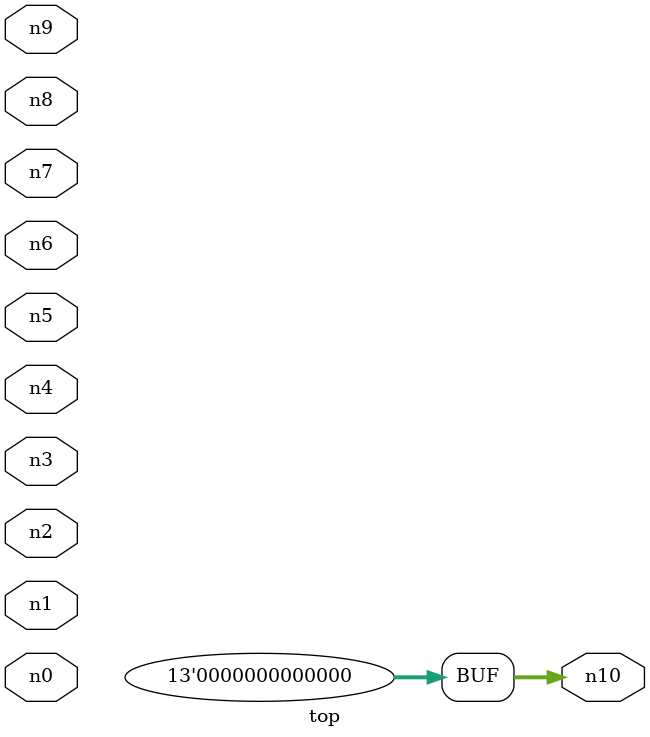
<source format=v>
module top (n0, n1, n2, n3, n4, n5, n6, n8, n9, n7, n10);
    input n0, n1, n2;
    input [13:0] n3;
    input [12:0] n4;
    input [7:0] n5, n6, n7;
    input [5:0] n8;
    input [9:0] n9;
    output [12:0] n10;
    wire n0, n1, n2;
    wire [13:0] n3;
    wire [12:0] n4;
    wire [7:0] n5, n6, n7;
    wire [5:0] n8;
    wire [9:0] n9;
    wire [12:0] n10;
    wire [13:0] n11;
    wire [9:0] n12;
    wire [12:0] n13;
    wire [13:0] n14;
    wire [7:0] n15;
    wire [7:0] n16;
    wire [12:0] n17;
    wire [5:0] n18;
    wire [7:0] n19;
    wire [7:0] n20;
    wire [7:0] n21;
    wire [7:0] n22;
    wire [7:0] n23;
    wire [7:0] n24;
    wire [12:0] n25;
    wire n26, n27, n28, n29, n30, n31, n32, n33;
    wire n34, n35, n36, n37, n38, n39, n40, n41;
    wire n42, n43, n44, n45, n46, n47, n48, n49;
    wire n50, n51, n52, n53, n54, n55, n56, n57;
    wire n58, n59, n60, n61, n62, n63, n64, n65;
    wire n66, n67, n68, n69, n70, n71, n72, n73;
    wire n74, n75, n76, n77, n78, n79, n80, n81;
    wire n82, n83, n84, n85, n86, n87, n88, n89;
    wire n90, n91, n92, n93, n94, n95, n96, n97;
    wire n98, n99, n100, n101, n102, n103, n104, n105;
    wire n106, n107, n108, n109, n110, n111, n112, n113;
    wire n114, n115, n116, n117, n118, n119, n120, n121;
    wire n122, n123, n124, n125, n126, n127, n128, n129;
    wire n130, n131, n132, n133, n134, n135, n136, n137;
    wire n138, n139, n140, n141, n142, n143, n144, n145;
    wire n146, n147, n148, n149, n150, n151, n152, n153;
    wire n154, n155, n156, n157, n158, n159, n160, n161;
    wire n162, n163, n164, n165, n166, n167, n168, n169;
    wire n170, n171, n172, n173, n174, n175, n176, n177;
    wire n178, n179, n180, n181, n182, n183, n184, n185;
    wire n186, n187, n188, n189, n190, n191, n192, n193;
    wire n194, n195, n196, n197, n198, n199, n200, n201;
    wire n202, n203, n204, n205, n206, n207, n208, n209;
    wire n210, n211, n212, n213, n214, n215, n216, n217;
    wire n218, n219, n220, n221, n222, n223, n224, n225;
    wire n226, n227, n228, n229, n230, n231, n232, n233;
    wire n234, n235, n236, n237, n238, n239, n240, n241;
    wire n242, n243, n244, n245, n246, n247, n248, n249;
    wire n250, n251, n252, n253, n254, n255, n256, n257;
    wire n258, n259, n260, n261, n262, n263, n264, n265;
    wire n266, n267, n268, n269, n270, n271, n272, n273;
    wire n274, n275, n276, n277, n278, n279, n280, n281;
    wire n282, n283, n284, n285, n286, n287, n288, n289;
    wire n290, n291, n292, n293, n294, n295, n296, n297;
    wire n298, n299, n300, n301, n302, n303, n304, n305;
    wire n306, n307, n308, n309, n310;
    dff g0(.RN(n1), .SN(1'b1), .CK(n0), .D(n25[2]), .Q(n10[2]));
    not g1(n29 ,n12[2]);
    nor g2(n86 ,n11[10] ,n53);
    not g3(n269 ,n13[2]);
    nor g4(n165 ,n16[4] ,n137);
    xor g5(n13[2] ,n15[2] ,n239);
    or g6(n225 ,n185 ,n208);
    nor g7(n25[7] ,n288 ,n289);
    not g8(n259 ,n13[7]);
    not g9(n241 ,n240);
    not g10(n255 ,n12[8]);
    not g11(n63 ,n64);
    nor g12(n273 ,n13[2] ,n271);
    not g13(n254 ,n11[3]);
    buf g14(n10[9], 1'b0);
    nor g15(n279 ,n13[4] ,n277);
    xnor g16(n75 ,n20[0] ,n21[0]);
    dff g17(.RN(n1), .SN(1'b1), .CK(n0), .D(n3[11]), .Q(n11[11]));
    nor g18(n229 ,n165 ,n219);
    not g19(n32 ,n12[4]);
    xnor g20(n100 ,n63 ,n11[6]);
    not g21(n135 ,n134);
    nor g22(n288 ,n13[7] ,n286);
    nor g23(n230 ,n188 ,n199);
    nor g24(n25[6] ,n285 ,n286);
    xnor g25(n70 ,n16[2] ,n29);
    not g26(n60 ,n59);
    nor g27(n276 ,n13[3] ,n274);
    not g28(n258 ,n13[1]);
    not g29(n272 ,n271);
    not g30(n33 ,n12[3]);
    xnor g31(n99 ,n66 ,n11[7]);
    nor g32(n85 ,n11[11] ,n59);
    xnor g33(n104 ,n66 ,n17[6]);
    or g34(n222 ,n213 ,n207);
    nor g35(n179 ,n102 ,n145);
    nor g36(n202 ,n134 ,n177);
    nor g37(n305 ,n14[13] ,n14[12]);
    dff g38(.RN(n1), .SN(1'b1), .CK(n0), .D(n4[2]), .Q(n17[2]));
    xnor g39(n73 ,n19[2] ,n16[2]);
    xor g40(n13[1] ,n15[1] ,n238);
    nor g41(n80 ,n42 ,n64);
    buf g42(n10[11], 1'b0);
    not g43(n194 ,n193);
    nor g44(n220 ,n174 ,n217);
    xor g45(n124 ,n90 ,n58);
    or g46(n148 ,n36 ,n112);
    nor g47(n242 ,n196 ,n236);
    buf g48(n10[7], 1'b0);
    nor g49(n221 ,n167 ,n219);
    nor g50(n154 ,n56 ,n125);
    xnor g51(n52 ,n17[1] ,n17[11]);
    not g52(n128 ,n127);
    xnor g53(n78 ,n16[3] ,n18[3]);
    dff g54(.RN(n1), .SN(1'b1), .CK(n0), .D(n7[2]), .Q(n15[2]));
    nor g55(n297 ,n13[10] ,n295);
    xnor g56(n62 ,n20[0] ,n22[0]);
    nor g57(n177 ,n104 ,n149);
    not g58(n54 ,n53);
    nor g59(n118 ,n86 ,n109);
    or g60(n119 ,n61 ,n107);
    nor g61(n196 ,n132 ,n191);
    nor g62(n89 ,n40 ,n65);
    nor g63(n94 ,n256 ,n69);
    nor g64(n208 ,n12[7] ,n189);
    nor g65(n144 ,n55 ,n122);
    nor g66(n134 ,n77 ,n111);
    or g67(n14[12] ,n252 ,n251);
    not g68(n188 ,n187);
    or g69(n151 ,n47 ,n115);
    nor g70(n249 ,n203 ,n227);
    nor g71(n248 ,n168 ,n233);
    not g72(n299 ,n298);
    not g73(n123 ,n122);
    dff g74(.RN(n1), .SN(1'b1), .CK(n0), .D(n9[7]), .Q(n12[7]));
    dff g75(.RN(n1), .SN(1'b1), .CK(n0), .D(n25[12]), .Q(n10[12]));
    nor g76(n271 ,n258 ,n266);
    nor g77(n174 ,n39 ,n141);
    or g78(n234 ,n43 ,n215);
    not g79(n293 ,n292);
    nor g80(n240 ,n190 ,n197);
    xnor g81(n57 ,n18[4] ,n22[0]);
    or g82(n14[13] ,n253 ,n250);
    not g83(n130 ,n129);
    not g84(n41 ,n12[5]);
    buf g85(n10[10], 1'b0);
    not g86(n182 ,n181);
    or g87(n125 ,n87 ,n108);
    not g88(n45 ,n12[6]);
    nor g89(n167 ,n16[4] ,n140);
    not g90(n303 ,n14[12]);
    nor g91(n84 ,n44 ,n64);
    not g92(n156 ,n155);
    buf g93(n10[4], 1'b0);
    dff g94(.RN(n1), .SN(1'b1), .CK(n0), .D(n25[1]), .Q(n10[1]));
    not g95(n268 ,n13[3]);
    nor g96(n169 ,n52 ,n152);
    buf g97(n10[12], 1'b0);
    not g98(n264 ,n13[6]);
    xnor g99(n58 ,n19[4] ,n21[0]);
    nor g100(n107 ,n73 ,n95);
    nor g101(n270 ,n13[1] ,n310);
    nor g102(n239 ,n29 ,n205);
    xnor g103(n101 ,n68 ,n17[8]);
    nor g104(n286 ,n264 ,n284);
    not g105(n184 ,n183);
    not g106(n28 ,n12[0]);
    nor g107(n90 ,n36 ,n54);
    or g108(n226 ,n193 ,n216);
    nor g109(n251 ,n226 ,n230);
    nor g110(n294 ,n13[9] ,n292);
    not g111(n27 ,n16[4]);
    not g112(n284 ,n283);
    dff g113(.RN(n1), .SN(1'b1), .CK(n0), .D(n8[2]), .Q(n18[2]));
    nor g114(n283 ,n262 ,n281);
    or g115(n236 ,n255 ,n211);
    nor g116(n277 ,n268 ,n275);
    dff g117(.RN(n1), .SN(1'b1), .CK(n0), .D(n26), .Q(n10[0]));
    not g118(n275 ,n274);
    nor g119(n160 ,n154 ,n155);
    dff g120(.RN(n1), .SN(1'b1), .CK(n0), .D(n25[4]), .Q(n10[4]));
    or g121(n110 ,n46 ,n93);
    or g122(n149 ,n40 ,n114);
    nor g123(n159 ,n70 ,n138);
    nor g124(n175 ,n69 ,n130);
    dff g125(.RN(n1), .SN(1'b1), .CK(n0), .D(n25[11]), .Q(n10[11]));
    nor g126(n191 ,n101 ,n146);
    not g127(n140 ,n139);
    dff g128(.RN(n1), .SN(1'b1), .CK(n0), .D(n3[4]), .Q(n11[4]));
    nor g129(n247 ,n202 ,n235);
    nor g130(n126 ,n56 ,n123);
    dff g131(.RN(n1), .SN(1'b1), .CK(n0), .D(n9[8]), .Q(n12[8]));
    xor g132(n112 ,n82 ,n71);
    nor g133(n141 ,n56 ,n116);
    or g134(n145 ,n48 ,n111);
    not g135(n192 ,n191);
    nor g136(n93 ,n34 ,n60);
    nor g137(n244 ,n200 ,n222);
    not g138(n37 ,n11[10]);
    xnor g139(n102 ,n70 ,n17[7]);
    nor g140(n25[1] ,n271 ,n270);
    xnor g141(n64 ,n20[0] ,n12[0]);
    dff g142(.RN(n1), .SN(1'b1), .CK(n0), .D(n9[5]), .Q(n12[5]));
    dff g143(.RN(n1), .SN(1'b1), .CK(n0), .D(n8[0]), .Q(n22[0]));
    nor g144(n25[5] ,n282 ,n283);
    nor g145(n250 ,n225 ,n240);
    nor g146(n198 ,n169 ,n177);
    xnor g147(n51 ,n17[0] ,n17[10]);
    not g148(n190 ,n189);
    nor g149(n253 ,n186 ,n241);
    dff g150(.RN(n1), .SN(1'b1), .CK(n0), .D(n8[3]), .Q(n18[3]));
    xor g151(n25[12] ,n13[12] ,n301);
    xor g152(n13[6] ,n247 ,n238);
    dff g153(.RN(n1), .SN(1'b1), .CK(n0), .D(n25[6]), .Q(n10[6]));
    xor g154(n113 ,n79 ,n58);
    xor g155(n121 ,n81 ,n73);
    nor g156(n200 ,n136 ,n183);
    not g157(n69 ,n70);
    nor g158(n187 ,n100 ,n150);
    not g159(n309 ,n2);
    xnor g160(n66 ,n16[1] ,n30);
    dff g161(.RN(n1), .SN(1'b1), .CK(n0), .D(n4[1]), .Q(n17[1]));
    dff g162(.RN(n1), .SN(1'b1), .CK(n0), .D(n3[6]), .Q(n11[6]));
    buf g163(n10[2], 1'b0);
    or g164(n235 ,n45 ,n218);
    not g165(n42 ,n17[0]);
    or g166(n205 ,n159 ,n175);
    nor g167(n158 ,n63 ,n131);
    xor g168(n115 ,n88 ,n76);
    nor g169(n171 ,n66 ,n127);
    or g170(n146 ,n49 ,n121);
    dff g171(.RN(n1), .SN(1'b1), .CK(n0), .D(n5[1]), .Q(n16[1]));
    nor g172(n301 ,n267 ,n299);
    nor g173(n228 ,n160 ,n212);
    dff g174(.RN(n1), .SN(1'b1), .CK(n0), .D(n8[5]), .Q(n18[5]));
    nor g175(n214 ,n153 ,n182);
    not g176(n265 ,n13[8]);
    dff g177(.RN(n1), .SN(1'b1), .CK(n0), .D(n8[4]), .Q(n18[4]));
    dff g178(.RN(n1), .SN(1'b1), .CK(n0), .D(n6[1]), .Q(n19[1]));
    dff g179(.RN(n1), .SN(1'b1), .CK(n0), .D(n4[3]), .Q(n17[3]));
    not g180(n142 ,n141);
    xor g181(n13[11] ,n245 ,n247);
    or g182(n108 ,n42 ,n84);
    dff g183(.RN(n1), .SN(1'b1), .CK(n0), .D(n5[3]), .Q(n16[3]));
    dff g184(.RN(n1), .SN(1'b1), .CK(n0), .D(n4[10]), .Q(n17[10]));
    or g185(n223 ,n210 ,n205);
    nor g186(n210 ,n170 ,n178);
    not g187(n30 ,n12[1]);
    xor g188(n116 ,n50 ,n91);
    nor g189(n298 ,n260 ,n296);
    not g190(n231 ,n230);
    nor g191(n274 ,n269 ,n272);
    nor g192(n138 ,n98 ,n119);
    dff g193(.RN(n1), .SN(1'b1), .CK(n0), .D(n5[0]), .Q(n20[0]));
    nor g194(n96 ,n254 ,n67);
    dff g195(.RN(n1), .SN(1'b1), .CK(n0), .D(n4[8]), .Q(n17[8]));
    nor g196(n127 ,n77 ,n115);
    buf g197(n10[0], 1'b0);
    nor g198(n282 ,n13[5] ,n280);
    nor g199(n307 ,n306 ,n304);
    dff g200(.RN(n1), .SN(1'b1), .CK(n0), .D(n25[10]), .Q(n10[10]));
    not g201(n290 ,n289);
    nor g202(n237 ,n33 ,n206);
    nor g203(n216 ,n12[6] ,n187);
    xnor g204(n26 ,n257 ,n24[0]);
    not g205(n47 ,n11[1]);
    dff g206(.RN(n1), .SN(1'b1), .CK(n0), .D(n3[5]), .Q(n11[5]));
    dff g207(.RN(n1), .SN(1'b1), .CK(n0), .D(n6[2]), .Q(n19[2]));
    nor g208(n172 ,n153 ,n156);
    dff g209(.RN(n1), .SN(1'b1), .CK(n0), .D(n4[0]), .Q(n17[0]));
    nor g210(n136 ,n57 ,n124);
    not g211(n267 ,n13[11]);
    nor g212(n91 ,n46 ,n60);
    nor g213(n105 ,n71 ,n97);
    dff g214(.RN(n1), .SN(1'b1), .CK(n0), .D(n6[3]), .Q(n19[3]));
    nor g215(n79 ,n38 ,n54);
    dff g216(.RN(n1), .SN(1'b1), .CK(n0), .D(n9[3]), .Q(n12[3]));
    dff g217(.RN(n1), .SN(1'b1), .CK(n0), .D(n25[5]), .Q(n10[5]));
    nor g218(n218 ,n135 ,n178);
    not g219(n180 ,n179);
    not g220(n281 ,n280);
    dff g221(.RN(n1), .SN(1'b1), .CK(n0), .D(n6[0]), .Q(n21[0]));
    not g222(n97 ,n96);
    xnor g223(n13[5] ,n257 ,n228);
    xor g224(n13[10] ,n249 ,n228);
    dff g225(.RN(n1), .SN(1'b1), .CK(n0), .D(n6[5]), .Q(n19[5]));
    nor g226(n193 ,n45 ,n131);
    nor g227(n25[4] ,n279 ,n280);
    nor g228(n166 ,n65 ,n135);
    dff g229(.RN(n1), .SN(1'b1), .CK(n0), .D(n8[1]), .Q(n18[1]));
    or g230(n224 ,n171 ,n209);
    nor g231(n161 ,n65 ,n128);
    or g232(n120 ,n78 ,n105);
    dff g233(.RN(n1), .SN(1'b1), .CK(n0), .D(n3[7]), .Q(n11[7]));
    not g234(n39 ,n16[5]);
    dff g235(.RN(n1), .SN(1'b1), .CK(n0), .D(n5[5]), .Q(n16[5]));
    not g236(n266 ,n310);
    nor g237(n82 ,n49 ,n67);
    dff g238(.RN(n1), .SN(1'b1), .CK(n0), .D(n3[2]), .Q(n11[2]));
    dff g239(.RN(n1), .SN(1'b1), .CK(n0), .D(n25[3]), .Q(n10[3]));
    dff g240(.RN(n1), .SN(1'b1), .CK(n0), .D(n25[8]), .Q(n10[8]));
    not g241(n74 ,n73);
    xor g242(n13[3] ,n15[3] ,n237);
    dff g243(.RN(n1), .SN(1'b1), .CK(n0), .D(n4[6]), .Q(n17[6]));
    not g244(n35 ,n23[0]);
    xnor g245(n197 ,n67 ,n143);
    not g246(n95 ,n94);
    nor g247(n291 ,n13[8] ,n289);
    not g248(n133 ,n132);
    dff g249(.RN(n1), .SN(1'b1), .CK(n0), .D(n9[0]), .Q(n12[0]));
    nor g250(n183 ,n103 ,n148);
    xor g251(n14[10] ,n248 ,n221);
    nor g252(n83 ,n35 ,n64);
    dff g253(.RN(n1), .SN(1'b1), .CK(n0), .D(n4[7]), .Q(n17[7]));
    xnor g254(n50 ,n19[5] ,n19[1]);
    or g255(n209 ,n144 ,n162);
    nor g256(n139 ,n57 ,n113);
    not g257(n72 ,n71);
    not g258(n46 ,n11[5]);
    nor g259(n238 ,n30 ,n204);
    nor g260(n25[3] ,n276 ,n277);
    or g261(n257 ,n28 ,n207);
    nor g262(n289 ,n259 ,n287);
    not g263(n43 ,n12[7]);
    or g264(n206 ,n157 ,n164);
    nor g265(n164 ,n67 ,n133);
    buf g266(n10[3], 1'b0);
    xor g267(n114 ,n80 ,n75);
    xnor g268(n76 ,n16[1] ,n19[1]);
    dff g269(.RN(n1), .SN(1'b1), .CK(n0), .D(n9[6]), .Q(n12[6]));
    xnor g270(n71 ,n19[3] ,n16[3]);
    not g271(n170 ,n169);
    or g272(n162 ,n126 ,n116);
    dff g273(.RN(n1), .SN(1'b1), .CK(n0), .D(n5[4]), .Q(n16[4]));
    nor g274(n155 ,n62 ,n114);
    nor g275(n157 ,n68 ,n143);
    dff g276(.RN(n1), .SN(1'b1), .CK(n0), .D(n7[4]), .Q(n15[4]));
    xor g277(n168 ,n118 ,n57);
    dff g278(.RN(n1), .SN(1'b1), .CK(n0), .D(n3[0]), .Q(n23[0]));
    xnor g279(n201 ,n63 ,n131);
    nor g280(n132 ,n78 ,n112);
    dff g281(.RN(n1), .SN(1'b1), .CK(n0), .D(n6[4]), .Q(n19[4]));
    not g282(n262 ,n13[5]);
    xnor g283(n61 ,n16[2] ,n18[2]);
    nor g284(n92 ,n37 ,n54);
    not g285(n49 ,n17[3]);
    xnor g286(n53 ,n27 ,n12[4]);
    nor g287(n185 ,n43 ,n127);
    not g288(n287 ,n286);
    dff g289(.RN(n1), .SN(1'b1), .CK(n0), .D(n25[9]), .Q(n10[9]));
    nor g290(n106 ,n72 ,n96);
    nor g291(n243 ,n161 ,n224);
    nor g292(n88 ,n47 ,n65);
    nor g293(n310 ,n309 ,n308);
    or g294(n150 ,n35 ,n117);
    nor g295(n143 ,n106 ,n120);
    nor g296(n292 ,n265 ,n290);
    nor g297(n300 ,n13[11] ,n298);
    nor g298(n129 ,n61 ,n121);
    xor g299(n13[4] ,n15[4] ,n229);
    not g300(n178 ,n177);
    buf g301(n10[6], 1'b0);
    xor g302(n13[9] ,n244 ,n229);
    dff g303(.RN(n1), .SN(1'b1), .CK(n0), .D(n9[2]), .Q(n12[2]));
    dff g304(.RN(n1), .SN(1'b1), .CK(n0), .D(n3[10]), .Q(n11[10]));
    dff g305(.RN(n1), .SN(1'b1), .CK(n0), .D(n9[4]), .Q(n12[4]));
    dff g306(.RN(n1), .SN(1'b1), .CK(n0), .D(n7[0]), .Q(n24[0]));
    or g307(n147 ,n44 ,n124);
    nor g308(n25[8] ,n291 ,n292);
    or g309(n109 ,n38 ,n92);
    xor g310(n111 ,n89 ,n76);
    nor g311(n211 ,n133 ,n192);
    nor g312(n280 ,n263 ,n278);
    not g313(n256 ,n11[2]);
    nor g314(n25[9] ,n294 ,n295);
    or g315(n306 ,n302 ,n303);
    or g316(n212 ,n41 ,n172);
    nor g317(n81 ,n48 ,n69);
    nor g318(n25[11] ,n300 ,n301);
    not g319(n153 ,n154);
    not g320(n40 ,n17[1]);
    not g321(n36 ,n17[4]);
    not g322(n65 ,n66);
    xnor g323(n103 ,n53 ,n17[9]);
    or g324(n227 ,n214 ,n204);
    not g325(n296 ,n295);
    buf g326(n10[8], 1'b0);
    nor g327(n203 ,n154 ,n181);
    dff g328(.RN(n1), .SN(1'b1), .CK(n0), .D(n7[3]), .Q(n15[3]));
    dff g329(.RN(n1), .SN(1'b1), .CK(n0), .D(n5[2]), .Q(n16[2]));
    dff g330(.RN(n1), .SN(1'b1), .CK(n0), .D(n9[1]), .Q(n12[1]));
    nor g331(n98 ,n74 ,n94);
    dff g332(.RN(n1), .SN(1'b1), .CK(n0), .D(n4[5]), .Q(n17[5]));
    not g333(n186 ,n185);
    not g334(n137 ,n136);
    buf g335(n10[5], 1'b0);
    not g336(n48 ,n17[2]);
    not g337(n260 ,n13[10]);
    nor g338(n295 ,n261 ,n293);
    nor g339(n245 ,n198 ,n223);
    not g340(n263 ,n13[4]);
    xnor g341(n77 ,n16[1] ,n18[1]);
    nor g342(n215 ,n130 ,n180);
    not g343(n302 ,n14[13]);
    nor g344(n176 ,n16[5] ,n142);
    nor g345(n213 ,n137 ,n184);
    xnor g346(n68 ,n16[3] ,n33);
    dff g347(.RN(n1), .SN(1'b1), .CK(n0), .D(n3[3]), .Q(n11[3]));
    not g348(n44 ,n17[5]);
    xnor g349(n59 ,n16[5] ,n41);
    or g350(n204 ,n171 ,n166);
    xor g351(n13[7] ,n246 ,n239);
    nor g352(n195 ,n129 ,n179);
    nor g353(n246 ,n195 ,n234);
    xnor g354(n199 ,n69 ,n138);
    xor g355(n14[11] ,n243 ,n220);
    nor g356(n304 ,n14[11] ,n14[10]);
    or g357(n217 ,n41 ,n176);
    dff g358(.RN(n1), .SN(1'b1), .CK(n0), .D(n3[1]), .Q(n11[1]));
    nor g359(n163 ,n64 ,n156);
    nor g360(n232 ,n180 ,n206);
    dff g361(.RN(n1), .SN(1'b1), .CK(n0), .D(n4[9]), .Q(n17[9]));
    not g362(n67 ,n68);
    nor g363(n131 ,n62 ,n117);
    nor g364(n285 ,n13[6] ,n283);
    or g365(n308 ,n305 ,n307);
    nor g366(n25[10] ,n297 ,n298);
    not g367(n278 ,n277);
    not g368(n34 ,n11[11]);
    nor g369(n252 ,n194 ,n231);
    nor g370(n122 ,n85 ,n110);
    dff g371(.RN(n1), .SN(1'b1), .CK(n0), .D(n7[1]), .Q(n15[1]));
    not g372(n261 ,n13[9]);
    nor g373(n181 ,n51 ,n147);
    nor g374(n189 ,n99 ,n151);
    dff g375(.RN(n1), .SN(1'b1), .CK(n0), .D(n4[11]), .Q(n17[11]));
    xnor g376(n56 ,n18[5] ,n18[1]);
    nor g377(n87 ,n17[5] ,n63);
    not g378(n31 ,n17[6]);
    xor g379(n13[8] ,n242 ,n237);
    dff g380(.RN(n1), .SN(1'b1), .CK(n0), .D(n4[4]), .Q(n17[4]));
    not g381(n38 ,n11[4]);
    or g382(n152 ,n31 ,n125);
    nor g383(n173 ,n27 ,n139);
    or g384(n207 ,n158 ,n163);
    xor g385(n117 ,n83 ,n75);
    dff g386(.RN(n1), .SN(1'b1), .CK(n0), .D(n25[7]), .Q(n10[7]));
    buf g387(n10[1], 1'b0);
    xor g388(n13[12] ,n232 ,n246);
    or g389(n233 ,n113 ,n201);
    nor g390(n25[2] ,n273 ,n274);
    or g391(n219 ,n32 ,n173);
    not g392(n55 ,n56);
endmodule

</source>
